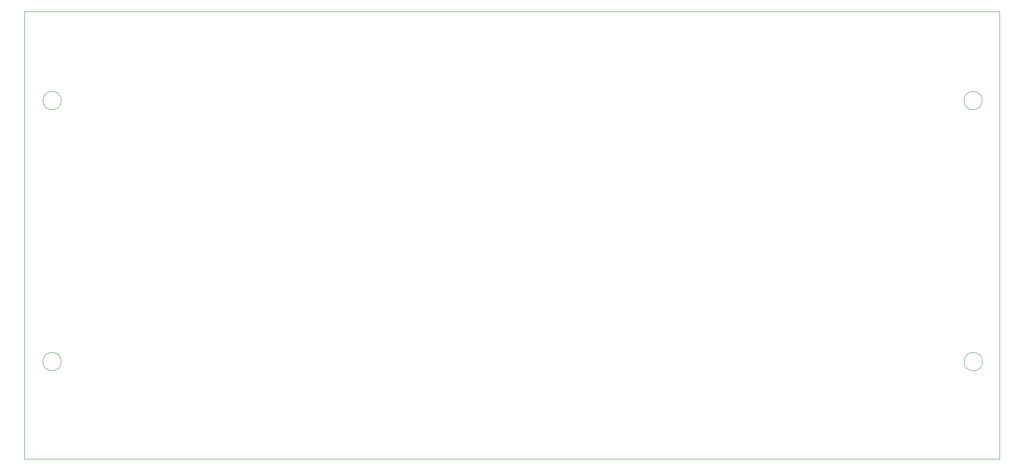
<source format=gbr>
%TF.GenerationSoftware,KiCad,Pcbnew,(6.0.2)*%
%TF.CreationDate,2022-07-14T16:29:58+09:00*%
%TF.ProjectId,TSAL&DIS,5453414c-2644-4495-932e-6b696361645f,rev?*%
%TF.SameCoordinates,Original*%
%TF.FileFunction,Profile,NP*%
%FSLAX46Y46*%
G04 Gerber Fmt 4.6, Leading zero omitted, Abs format (unit mm)*
G04 Created by KiCad (PCBNEW (6.0.2)) date 2022-07-14 16:29:58*
%MOMM*%
%LPD*%
G01*
G04 APERTURE LIST*
%TA.AperFunction,Profile*%
%ADD10C,0.050000*%
%TD*%
G04 APERTURE END LIST*
D10*
X121750000Y-100000000D02*
X307500000Y-100000000D01*
X307500000Y-100000000D02*
X307500000Y-185250000D01*
X307500000Y-185250000D02*
X121750000Y-185250000D01*
X121750000Y-185250000D02*
X121750000Y-100000000D01*
X304250000Y-166750000D02*
G75*
G03*
X304250000Y-166750000I-1750000J0D01*
G01*
X304200000Y-117000000D02*
G75*
G03*
X304200000Y-117000000I-1750000J0D01*
G01*
X128750000Y-117000000D02*
G75*
G03*
X128750000Y-117000000I-1750000J0D01*
G01*
X128750000Y-166750000D02*
G75*
G03*
X128750000Y-166750000I-1750000J0D01*
G01*
M02*

</source>
